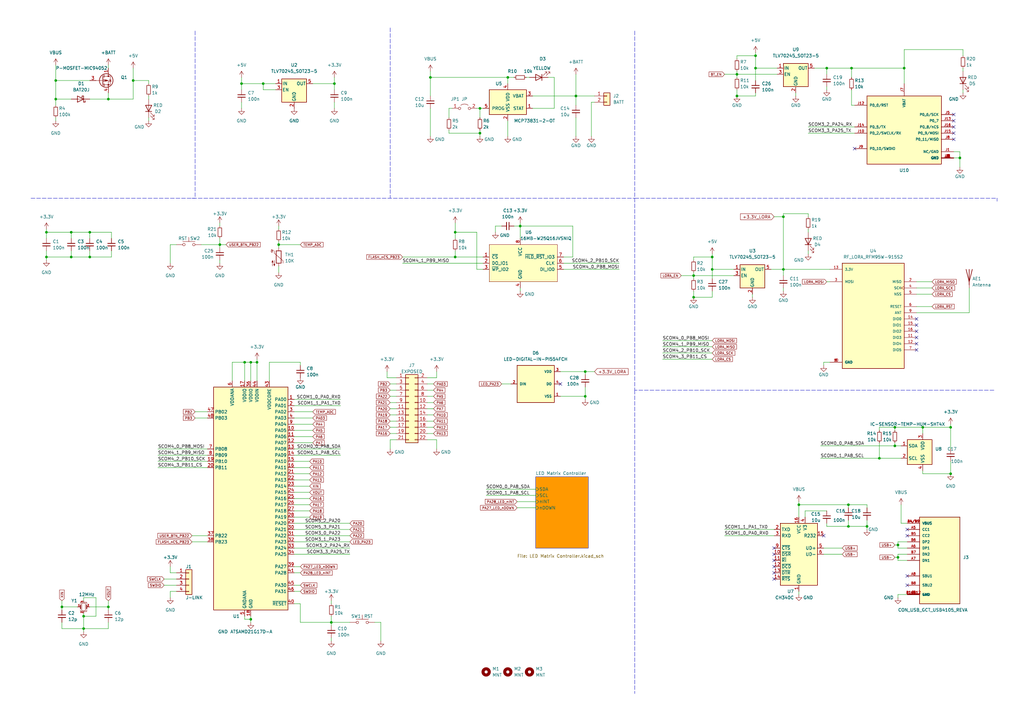
<source format=kicad_sch>
(kicad_sch (version 20211123) (generator eeschema)
  (paper "A3")
  (junction (at 54.61 33.02))
  (junction (at 44.45 248.92))
  (junction (at 309.88 22.86))
  (junction (at 22.86 33.02))
  (junction (at 284.48 113.03))
  (junction (at 135.89 255.27))
  (junction (at 105.41 148.59))
  (junction (at 368.3 223.52))
  (junction (at 100.33 148.59))
  (junction (at 327.66 207.01))
  (junction (at 29.21 95.25))
  (junction (at 292.1 110.49))
  (junction (at 90.17 100.33))
  (junction (at 284.48 121.92))
  (junction (at 25.4 248.92))
  (junction (at 389.89 194.31))
  (junction (at 378.46 175.26))
  (junction (at 370.84 27.94))
  (junction (at 236.22 39.37))
  (junction (at 393.7 64.77))
  (junction (at 19.05 105.41))
  (junction (at 321.31 88.9))
  (junction (at 302.26 30.48))
  (junction (at 208.28 31.75))
  (junction (at 309.88 27.94))
  (junction (at 339.09 27.94))
  (junction (at 321.31 110.49))
  (junction (at 302.26 39.37))
  (junction (at 36.83 95.25))
  (junction (at 367.03 182.88))
  (junction (at 213.36 92.71))
  (junction (at 347.98 207.01))
  (junction (at 186.69 105.41))
  (junction (at 367.03 175.26))
  (junction (at 107.95 34.29))
  (junction (at 19.05 95.25))
  (junction (at 347.98 215.9))
  (junction (at 34.29 252.73))
  (junction (at 349.25 27.94))
  (junction (at 102.87 148.59))
  (junction (at 389.89 175.26))
  (junction (at 186.69 95.25))
  (junction (at 196.85 44.45))
  (junction (at 137.16 34.29))
  (junction (at 99.06 34.29))
  (junction (at 44.45 40.64))
  (junction (at 292.1 105.41))
  (junction (at 22.86 40.64))
  (junction (at 34.29 257.81))
  (junction (at 240.03 162.56))
  (junction (at 102.87 254))
  (junction (at 355.6 215.9))
  (junction (at 114.3 100.33))
  (junction (at 176.53 31.75))
  (junction (at 36.83 105.41))
  (junction (at 196.85 54.61))
  (junction (at 368.3 228.6))
  (junction (at 360.68 187.96))
  (junction (at 240.03 152.4))
  (junction (at 29.21 105.41))
  (no_connect (at 375.92 143.51))
  (no_connect (at 375.92 140.97))
  (no_connect (at 317.5 229.87))
  (no_connect (at 317.5 224.79))
  (no_connect (at 317.5 227.33))
  (no_connect (at 317.5 234.95))
  (no_connect (at 317.5 237.49))
  (no_connect (at 317.5 232.41))
  (no_connect (at 337.82 219.71))
  (no_connect (at 229.87 157.48))
  (no_connect (at 350.52 60.96))
  (no_connect (at 391.16 52.07))
  (no_connect (at 391.16 57.15))
  (no_connect (at 391.16 46.99))
  (no_connect (at 391.16 49.53))
  (no_connect (at 391.16 54.61))
  (no_connect (at 372.11 240.03))
  (no_connect (at 372.11 217.17))
  (no_connect (at 372.11 219.71))
  (no_connect (at 375.92 130.81))
  (no_connect (at 375.92 133.35))
  (no_connect (at 375.92 135.89))
  (no_connect (at 375.92 138.43))
  (no_connect (at 372.11 236.22))
  (wire (pts (xy 107.95 36.83) (xy 107.95 34.29)))
  (wire (pts (xy 271.78 142.24) (xy 292.1 142.24)))
  (wire (pts (xy 360.68 181.61) (xy 360.68 187.96)))
  (wire (pts (xy 36.83 97.79) (xy 36.83 95.25)))
  (wire (pts (xy 360.68 175.26) (xy 367.03 175.26)))
  (wire (pts (xy 25.4 248.92) (xy 31.75 248.92)))
  (wire (pts (xy 19.05 105.41) (xy 29.21 105.41)))
  (wire (pts (xy 176.53 31.75) (xy 208.28 31.75)))
  (wire (pts (xy 120.65 222.25) (xy 143.51 222.25)))
  (wire (pts (xy 99.06 31.75) (xy 99.06 34.29)))
  (wire (pts (xy 205.74 157.48) (xy 209.55 157.48)))
  (wire (pts (xy 199.39 200.66) (xy 219.71 200.66)))
  (wire (pts (xy 107.95 34.29) (xy 113.03 34.29)))
  (wire (pts (xy 25.4 255.27) (xy 25.4 257.81)))
  (wire (pts (xy 19.05 93.98) (xy 19.05 95.25)))
  (wire (pts (xy 355.6 217.17) (xy 355.6 215.9)))
  (wire (pts (xy 345.44 224.79) (xy 337.82 224.79)))
  (wire (pts (xy 135.89 261.62) (xy 135.89 262.89)))
  (wire (pts (xy 336.55 182.88) (xy 367.03 182.88)))
  (wire (pts (xy 231.14 105.41) (xy 234.95 105.41)))
  (wire (pts (xy 242.57 41.91) (xy 243.84 41.91)))
  (wire (pts (xy 218.44 44.45) (xy 227.33 44.45)))
  (wire (pts (xy 321.31 110.49) (xy 321.31 113.03)))
  (wire (pts (xy 60.96 39.37) (xy 60.96 40.64)))
  (wire (pts (xy 389.89 189.23) (xy 389.89 194.31)))
  (wire (pts (xy 339.09 27.94) (xy 349.25 27.94)))
  (wire (pts (xy 99.06 34.29) (xy 107.95 34.29)))
  (wire (pts (xy 123.19 148.59) (xy 123.19 149.86)))
  (wire (pts (xy 100.33 254) (xy 102.87 254)))
  (wire (pts (xy 367.03 181.61) (xy 367.03 182.88)))
  (wire (pts (xy 284.48 113.03) (xy 284.48 114.3)))
  (wire (pts (xy 302.26 22.86) (xy 302.26 24.13)))
  (wire (pts (xy 176.53 39.37) (xy 176.53 31.75)))
  (wire (pts (xy 292.1 119.38) (xy 292.1 121.92)))
  (wire (pts (xy 327.66 242.57) (xy 327.66 243.84)))
  (wire (pts (xy 309.88 21.59) (xy 309.88 22.86)))
  (wire (pts (xy 120.65 191.77) (xy 127 191.77)))
  (wire (pts (xy 160.02 165.1) (xy 162.56 165.1)))
  (wire (pts (xy 196.85 53.34) (xy 196.85 54.61)))
  (wire (pts (xy 120.65 184.15) (xy 139.7 184.15)))
  (wire (pts (xy 360.68 176.53) (xy 360.68 175.26)))
  (wire (pts (xy 349.25 27.94) (xy 370.84 27.94)))
  (wire (pts (xy 349.25 27.94) (xy 349.25 31.75)))
  (wire (pts (xy 208.28 31.75) (xy 208.28 34.29)))
  (wire (pts (xy 120.65 166.37) (xy 139.7 166.37)))
  (wire (pts (xy 95.25 156.21) (xy 95.25 148.59)))
  (polyline (pts (xy 80.01 12.7) (xy 80.01 81.28)))
  (polyline (pts (xy 260.35 81.28) (xy 408.94 81.28)))
  (wire (pts (xy 128.27 181.61) (xy 120.65 181.61)))
  (wire (pts (xy 212.09 205.74) (xy 219.71 205.74)))
  (wire (pts (xy 114.3 100.33) (xy 114.3 101.6)))
  (polyline (pts (xy 260.35 160.02) (xy 260.35 284.48)))
  (wire (pts (xy 186.69 105.41) (xy 198.12 105.41)))
  (wire (pts (xy 196.85 54.61) (xy 196.85 55.88)))
  (wire (pts (xy 331.47 52.07) (xy 350.52 52.07)))
  (wire (pts (xy 120.65 214.63) (xy 143.51 214.63)))
  (wire (pts (xy 29.21 97.79) (xy 29.21 95.25)))
  (wire (pts (xy 199.39 203.2) (xy 219.71 203.2)))
  (wire (pts (xy 39.37 252.73) (xy 34.29 252.73)))
  (wire (pts (xy 44.45 246.38) (xy 44.45 248.92)))
  (wire (pts (xy 370.84 20.32) (xy 370.84 27.94)))
  (wire (pts (xy 347.98 215.9) (xy 339.09 215.9)))
  (wire (pts (xy 186.69 102.87) (xy 186.69 105.41)))
  (wire (pts (xy 186.69 95.25) (xy 186.69 97.79)))
  (wire (pts (xy 309.88 38.1) (xy 309.88 39.37)))
  (wire (pts (xy 175.26 157.48) (xy 177.8 157.48)))
  (wire (pts (xy 279.4 113.03) (xy 284.48 113.03)))
  (wire (pts (xy 120.65 247.65) (xy 123.19 247.65)))
  (wire (pts (xy 120.65 232.41) (xy 123.19 232.41)))
  (wire (pts (xy 135.89 246.38) (xy 135.89 247.65)))
  (wire (pts (xy 321.31 118.11) (xy 321.31 119.38)))
  (wire (pts (xy 397.51 118.11) (xy 397.51 128.27)))
  (wire (pts (xy 102.87 254) (xy 102.87 255.27)))
  (wire (pts (xy 29.21 95.25) (xy 19.05 95.25)))
  (wire (pts (xy 309.88 22.86) (xy 309.88 27.94)))
  (wire (pts (xy 297.18 217.17) (xy 317.5 217.17)))
  (wire (pts (xy 184.15 54.61) (xy 196.85 54.61)))
  (polyline (pts (xy 407.67 160.02) (xy 260.35 160.02)))
  (wire (pts (xy 375.92 115.57) (xy 382.27 115.57)))
  (wire (pts (xy 292.1 104.14) (xy 292.1 105.41)))
  (wire (pts (xy 389.89 194.31) (xy 378.46 194.31)))
  (wire (pts (xy 368.3 227.33) (xy 368.3 228.6)))
  (wire (pts (xy 213.36 118.11) (xy 213.36 119.38)))
  (wire (pts (xy 45.72 97.79) (xy 45.72 95.25)))
  (wire (pts (xy 367.03 175.26) (xy 378.46 175.26)))
  (wire (pts (xy 120.65 234.95) (xy 123.19 234.95)))
  (wire (pts (xy 165.1 107.95) (xy 198.12 107.95)))
  (wire (pts (xy 231.14 110.49) (xy 254 110.49)))
  (wire (pts (xy 236.22 39.37) (xy 243.84 39.37)))
  (wire (pts (xy 176.53 44.45) (xy 176.53 55.88)))
  (wire (pts (xy 337.82 148.59) (xy 340.36 148.59)))
  (wire (pts (xy 114.3 99.06) (xy 114.3 100.33)))
  (wire (pts (xy 54.61 33.02) (xy 54.61 40.64)))
  (wire (pts (xy 100.33 252.73) (xy 100.33 254)))
  (wire (pts (xy 349.25 36.83) (xy 349.25 43.18)))
  (wire (pts (xy 242.57 41.91) (xy 242.57 55.88)))
  (wire (pts (xy 19.05 105.41) (xy 19.05 106.68)))
  (wire (pts (xy 34.29 245.11) (xy 39.37 245.11)))
  (wire (pts (xy 128.27 179.07) (xy 120.65 179.07)))
  (wire (pts (xy 120.65 186.69) (xy 139.7 186.69)))
  (wire (pts (xy 80.01 171.45) (xy 85.09 171.45)))
  (wire (pts (xy 308.61 120.65) (xy 308.61 121.92)))
  (wire (pts (xy 368.3 245.11) (xy 368.3 243.84)))
  (wire (pts (xy 309.88 27.94) (xy 318.77 27.94)))
  (wire (pts (xy 284.48 113.03) (xy 300.99 113.03)))
  (wire (pts (xy 105.41 147.32) (xy 105.41 148.59)))
  (wire (pts (xy 54.61 40.64) (xy 44.45 40.64)))
  (wire (pts (xy 389.89 175.26) (xy 378.46 175.26)))
  (wire (pts (xy 292.1 110.49) (xy 292.1 114.3)))
  (wire (pts (xy 349.25 43.18) (xy 350.52 43.18)))
  (wire (pts (xy 372.11 214.63) (xy 369.57 214.63)))
  (wire (pts (xy 184.15 48.26) (xy 184.15 44.45)))
  (wire (pts (xy 208.28 31.75) (xy 210.82 31.75)))
  (wire (pts (xy 39.37 245.11) (xy 39.37 252.73)))
  (wire (pts (xy 368.3 229.87) (xy 372.11 229.87)))
  (wire (pts (xy 339.09 214.63) (xy 339.09 215.9)))
  (polyline (pts (xy 160.02 11.43) (xy 160.02 81.28)))
  (wire (pts (xy 90.17 91.44) (xy 90.17 92.71)))
  (wire (pts (xy 394.97 36.83) (xy 394.97 38.1)))
  (wire (pts (xy 240.03 153.67) (xy 240.03 152.4)))
  (wire (pts (xy 229.87 162.56) (xy 240.03 162.56)))
  (wire (pts (xy 369.57 187.96) (xy 360.68 187.96)))
  (wire (pts (xy 184.15 53.34) (xy 184.15 54.61)))
  (wire (pts (xy 292.1 105.41) (xy 292.1 110.49)))
  (wire (pts (xy 292.1 121.92) (xy 284.48 121.92)))
  (wire (pts (xy 110.49 148.59) (xy 123.19 148.59)))
  (wire (pts (xy 331.47 54.61) (xy 350.52 54.61)))
  (wire (pts (xy 99.06 41.91) (xy 99.06 44.45)))
  (wire (pts (xy 29.21 40.64) (xy 22.86 40.64)))
  (wire (pts (xy 90.17 100.33) (xy 92.71 100.33)))
  (wire (pts (xy 203.2 92.71) (xy 205.74 92.71)))
  (wire (pts (xy 215.9 31.75) (xy 217.17 31.75)))
  (wire (pts (xy 120.65 196.85) (xy 127 196.85)))
  (wire (pts (xy 229.87 152.4) (xy 240.03 152.4)))
  (wire (pts (xy 196.85 44.45) (xy 198.12 44.45)))
  (wire (pts (xy 156.21 255.27) (xy 153.67 255.27)))
  (wire (pts (xy 64.77 189.23) (xy 85.09 189.23)))
  (wire (pts (xy 158.75 154.94) (xy 158.75 152.4)))
  (wire (pts (xy 90.17 97.79) (xy 90.17 100.33)))
  (wire (pts (xy 302.26 36.83) (xy 302.26 39.37)))
  (wire (pts (xy 321.31 110.49) (xy 340.36 110.49)))
  (wire (pts (xy 36.83 102.87) (xy 36.83 105.41)))
  (wire (pts (xy 105.41 148.59) (xy 105.41 156.21)))
  (wire (pts (xy 22.86 40.64) (xy 22.86 33.02)))
  (wire (pts (xy 34.29 257.81) (xy 44.45 257.81)))
  (wire (pts (xy 120.65 204.47) (xy 127 204.47)))
  (wire (pts (xy 22.86 33.02) (xy 22.86 26.67)))
  (wire (pts (xy 339.09 27.94) (xy 339.09 30.48)))
  (wire (pts (xy 302.26 30.48) (xy 318.77 30.48)))
  (wire (pts (xy 160.02 157.48) (xy 162.56 157.48)))
  (wire (pts (xy 210.82 92.71) (xy 213.36 92.71)))
  (wire (pts (xy 36.83 40.64) (xy 44.45 40.64)))
  (wire (pts (xy 120.65 240.03) (xy 123.19 240.03)))
  (wire (pts (xy 345.44 227.33) (xy 337.82 227.33)))
  (wire (pts (xy 69.85 232.41) (xy 69.85 234.95)))
  (wire (pts (xy 231.14 107.95) (xy 254 107.95)))
  (wire (pts (xy 203.2 95.25) (xy 203.2 92.71)))
  (wire (pts (xy 394.97 27.94) (xy 394.97 29.21)))
  (wire (pts (xy 36.83 33.02) (xy 22.86 33.02)))
  (wire (pts (xy 128.27 173.99) (xy 120.65 173.99)))
  (wire (pts (xy 69.85 242.57) (xy 72.39 242.57)))
  (wire (pts (xy 375.92 128.27) (xy 397.51 128.27)))
  (wire (pts (xy 114.3 92.71) (xy 114.3 93.98)))
  (wire (pts (xy 113.03 36.83) (xy 107.95 36.83)))
  (wire (pts (xy 102.87 148.59) (xy 105.41 148.59)))
  (wire (pts (xy 162.56 154.94) (xy 158.75 154.94)))
  (wire (pts (xy 240.03 152.4) (xy 243.84 152.4)))
  (wire (pts (xy 175.26 160.02) (xy 177.8 160.02)))
  (wire (pts (xy 175.26 162.56) (xy 177.8 162.56)))
  (wire (pts (xy 19.05 95.25) (xy 19.05 97.79)))
  (wire (pts (xy 378.46 175.26) (xy 378.46 177.8)))
  (wire (pts (xy 347.98 207.01) (xy 327.66 207.01)))
  (wire (pts (xy 196.85 44.45) (xy 196.85 48.26)))
  (wire (pts (xy 327.66 205.74) (xy 327.66 207.01)))
  (wire (pts (xy 339.09 209.55) (xy 330.2 209.55)))
  (wire (pts (xy 393.7 68.58) (xy 393.7 64.77)))
  (wire (pts (xy 389.89 175.26) (xy 389.89 184.15)))
  (wire (pts (xy 175.26 172.72) (xy 177.8 172.72)))
  (wire (pts (xy 368.3 228.6) (xy 368.3 229.87)))
  (wire (pts (xy 208.28 49.53) (xy 208.28 55.88)))
  (wire (pts (xy 160.02 180.34) (xy 162.56 180.34)))
  (wire (pts (xy 120.65 189.23) (xy 127 189.23)))
  (wire (pts (xy 331.47 93.98) (xy 331.47 95.25)))
  (wire (pts (xy 25.4 246.38) (xy 25.4 248.92)))
  (wire (pts (xy 123.19 255.27) (xy 135.89 255.27)))
  (wire (pts (xy 360.68 187.96) (xy 336.55 187.96)))
  (wire (pts (xy 120.65 194.31) (xy 127 194.31)))
  (wire (pts (xy 271.78 147.32) (xy 292.1 147.32)))
  (wire (pts (xy 175.26 170.18) (xy 177.8 170.18)))
  (wire (pts (xy 389.89 173.99) (xy 389.89 175.26)))
  (wire (pts (xy 120.65 219.71) (xy 143.51 219.71)))
  (wire (pts (xy 22.86 40.64) (xy 22.86 43.18)))
  (wire (pts (xy 213.36 91.44) (xy 213.36 92.71)))
  (wire (pts (xy 368.3 224.79) (xy 372.11 224.79)))
  (wire (pts (xy 80.01 168.91) (xy 85.09 168.91)))
  (wire (pts (xy 321.31 88.9) (xy 321.31 110.49)))
  (wire (pts (xy 90.17 100.33) (xy 82.55 100.33)))
  (wire (pts (xy 339.09 35.56) (xy 339.09 36.83)))
  (wire (pts (xy 135.89 255.27) (xy 135.89 256.54)))
  (wire (pts (xy 69.85 107.95) (xy 69.85 100.33)))
  (polyline (pts (xy 408.94 81.28) (xy 408.94 82.55)))
  (wire (pts (xy 175.26 175.26) (xy 177.8 175.26)))
  (wire (pts (xy 160.02 172.72) (xy 162.56 172.72)))
  (wire (pts (xy 60.96 34.29) (xy 60.96 33.02)))
  (wire (pts (xy 321.31 87.63) (xy 321.31 88.9)))
  (wire (pts (xy 195.58 110.49) (xy 195.58 95.25)))
  (wire (pts (xy 368.3 222.25) (xy 368.3 223.52)))
  (wire (pts (xy 309.88 27.94) (xy 309.88 33.02)))
  (wire (pts (xy 331.47 88.9) (xy 331.47 87.63)))
  (wire (pts (xy 375.92 125.73) (xy 382.27 125.73)))
  (wire (pts (xy 34.29 251.46) (xy 34.29 252.73)))
  (wire (pts (xy 120.65 201.93) (xy 127 201.93)))
  (wire (pts (xy 36.83 105.41) (xy 29.21 105.41)))
  (wire (pts (xy 137.16 34.29) (xy 128.27 34.29)))
  (wire (pts (xy 284.48 119.38) (xy 284.48 121.92)))
  (wire (pts (xy 175.26 167.64) (xy 177.8 167.64)))
  (polyline (pts (xy 80.01 81.28) (xy 78.74 81.28)))
  (wire (pts (xy 334.01 27.94) (xy 339.09 27.94)))
  (wire (pts (xy 271.78 144.78) (xy 292.1 144.78)))
  (wire (pts (xy 44.45 40.64) (xy 44.45 38.1)))
  (wire (pts (xy 100.33 148.59) (xy 102.87 148.59)))
  (wire (pts (xy 69.85 245.11) (xy 69.85 242.57)))
  (wire (pts (xy 179.07 152.4) (xy 179.07 154.94)))
  (wire (pts (xy 368.3 243.84) (xy 372.11 243.84)))
  (wire (pts (xy 330.2 209.55) (xy 330.2 212.09)))
  (wire (pts (xy 114.3 109.22) (xy 114.3 111.76)))
  (wire (pts (xy 368.3 223.52) (xy 368.3 224.79)))
  (wire (pts (xy 393.7 64.77) (xy 391.16 64.77)))
  (wire (pts (xy 327.66 207.01) (xy 327.66 212.09)))
  (wire (pts (xy 234.95 92.71) (xy 234.95 105.41)))
  (wire (pts (xy 227.33 31.75) (xy 224.79 31.75)))
  (wire (pts (xy 36.83 95.25) (xy 45.72 95.25)))
  (wire (pts (xy 369.57 182.88) (xy 367.03 182.88)))
  (wire (pts (xy 120.65 209.55) (xy 127 209.55)))
  (wire (pts (xy 45.72 102.87) (xy 45.72 105.41)))
  (wire (pts (xy 128.27 168.91) (xy 120.65 168.91)))
  (wire (pts (xy 110.49 156.21) (xy 110.49 148.59)))
  (wire (pts (xy 179.07 154.94) (xy 175.26 154.94)))
  (wire (pts (xy 78.74 219.71) (xy 85.09 219.71)))
  (wire (pts (xy 240.03 162.56) (xy 240.03 163.83)))
  (wire (pts (xy 60.96 48.26) (xy 60.96 49.53)))
  (wire (pts (xy 120.65 227.33) (xy 143.51 227.33)))
  (wire (pts (xy 302.26 30.48) (xy 302.26 31.75)))
  (wire (pts (xy 347.98 213.36) (xy 347.98 215.9)))
  (wire (pts (xy 54.61 33.02) (xy 60.96 33.02)))
  (wire (pts (xy 67.31 240.03) (xy 72.39 240.03)))
  (wire (pts (xy 367.03 228.6) (xy 368.3 228.6)))
  (wire (pts (xy 120.65 217.17) (xy 143.51 217.17)))
  (wire (pts (xy 29.21 102.87) (xy 29.21 105.41)))
  (wire (pts (xy 355.6 207.01) (xy 347.98 207.01)))
  (wire (pts (xy 367.03 223.52) (xy 368.3 223.52)))
  (wire (pts (xy 90.17 100.33) (xy 90.17 101.6)))
  (wire (pts (xy 69.85 234.95) (xy 72.39 234.95)))
  (wire (pts (xy 54.61 27.94) (xy 54.61 33.02)))
  (wire (pts (xy 302.26 29.21) (xy 302.26 30.48)))
  (wire (pts (xy 195.58 95.25) (xy 186.69 95.25)))
  (wire (pts (xy 331.47 102.87) (xy 331.47 104.14)))
  (wire (pts (xy 135.89 252.73) (xy 135.89 255.27)))
  (wire (pts (xy 160.02 160.02) (xy 162.56 160.02)))
  (wire (pts (xy 22.86 48.26) (xy 22.86 49.53)))
  (polyline (pts (xy 12.7 81.28) (xy 260.35 81.28)))
  (wire (pts (xy 213.36 92.71) (xy 213.36 97.79)))
  (wire (pts (xy 284.48 105.41) (xy 284.48 106.68)))
  (wire (pts (xy 179.07 184.15) (xy 179.07 180.34)))
  (wire (pts (xy 355.6 215.9) (xy 347.98 215.9)))
  (wire (pts (xy 317.5 88.9) (xy 321.31 88.9)))
  (wire (pts (xy 393.7 62.23) (xy 393.7 64.77)))
  (wire (pts (xy 347.98 207.01) (xy 347.98 208.28)))
  (wire (pts (xy 137.16 41.91) (xy 137.16 44.45)))
  (wire (pts (xy 137.16 31.75) (xy 137.16 34.29)))
  (wire (pts (xy 160.02 175.26) (xy 162.56 175.26)))
  (wire (pts (xy 67.31 237.49) (xy 72.39 237.49)))
  (wire (pts (xy 135.89 255.27) (xy 143.51 255.27)))
  (wire (pts (xy 120.65 242.57) (xy 123.19 242.57)))
  (wire (pts (xy 156.21 262.89) (xy 156.21 255.27)))
  (wire (pts (xy 355.6 213.36) (xy 355.6 215.9)))
  (wire (pts (xy 292.1 110.49) (xy 300.99 110.49)))
  (wire (pts (xy 120.65 199.39) (xy 127 199.39)))
  (wire (pts (xy 137.16 36.83) (xy 137.16 34.29)))
  (wire (pts (xy 218.44 39.37) (xy 236.22 39.37)))
  (wire (pts (xy 123.19 247.65) (xy 123.19 255.27)))
  (wire (pts (xy 120.65 207.01) (xy 127 207.01)))
  (wire (pts (xy 19.05 102.87) (xy 19.05 105.41)))
  (wire (pts (xy 236.22 48.26) (xy 236.22 55.88)))
  (wire (pts (xy 165.1 105.41) (xy 186.69 105.41)))
  (wire (pts (xy 78.74 222.25) (xy 85.09 222.25)))
  (wire (pts (xy 227.33 44.45) (xy 227.33 31.75)))
  (wire (pts (xy 114.3 100.33) (xy 123.19 100.33)))
  (wire (pts (xy 284.48 105.41) (xy 292.1 105.41)))
  (wire (pts (xy 64.77 186.69) (xy 85.09 186.69)))
  (wire (pts (xy 64.77 184.15) (xy 85.09 184.15)))
  (wire (pts (xy 391.16 62.23) (xy 393.7 62.23)))
  (wire (pts (xy 271.78 139.7) (xy 292.1 139.7)))
  (wire (pts (xy 372.11 227.33) (xy 368.3 227.33)))
  (wire (pts (xy 176.53 29.21) (xy 176.53 31.75)))
  (wire (pts (xy 25.4 250.19) (xy 25.4 248.92)))
  (wire (pts (xy 236.22 30.48) (xy 236.22 39.37)))
  (wire (pts (xy 44.45 248.92) (xy 44.45 250.19)))
  (wire (pts (xy 212.09 208.28) (xy 219.71 208.28)))
  (wire (pts (xy 44.45 26.67) (xy 44.45 27.94)))
  (wire (pts (xy 160.02 167.64) (xy 162.56 167.64)))
  (wire (pts (xy 297.18 219.71) (xy 317.5 219.71)))
  (wire (pts (xy 102.87 252.73) (xy 102.87 254)))
  (wire (pts (xy 95.25 148.59) (xy 100.33 148.59)))
  (wire (pts (xy 355.6 208.28) (xy 355.6 207.01)))
  (wire (pts (xy 394.97 20.32) (xy 370.84 20.32)))
  (wire (pts (xy 240.03 158.75) (xy 240.03 162.56)))
  (wire (pts (xy 184.15 44.45) (xy 185.42 44.45)))
  (wire (pts (xy 316.23 110.49) (xy 321.31 110.49)))
  (wire (pts (xy 198.12 110.49) (xy 195.58 110.49)))
  (wire (pts (xy 339.09 115.57) (xy 340.36 115.57)))
  (wire (pts (xy 25.4 257.81) (xy 34.29 257.81)))
  (wire (pts (xy 160.02 170.18) (xy 162.56 170.18)))
  (wire (pts (xy 128.27 171.45) (xy 120.65 171.45)))
  (wire (pts (xy 372.11 222.25) (xy 368.3 222.25)))
  (wire (pts (xy 90.17 106.68) (xy 90.17 107.95)))
  (wire (pts (xy 195.58 44.45) (xy 196.85 44.45)))
  (wire (pts (xy 284.48 111.76) (xy 284.48 113.03)))
  (wire (pts (xy 64.77 191.77) (xy 85.09 191.77)))
  (wire (pts (xy 369.57 207.01) (xy 369.57 214.63)))
  (wire (pts (xy 370.84 27.94) (xy 370.84 34.29)))
  (wire (pts (xy 69.85 100.33) (xy 72.39 100.33)))
  (wire (pts (xy 297.18 30.48) (xy 302.26 30.48)))
  (wire (pts (xy 175.26 165.1) (xy 177.8 165.1)))
  (wire (pts (xy 375.92 120.65) (xy 382.27 120.65)))
  (wire (pts (xy 102.87 148.59) (xy 102.87 156.21)))
  (wire (pts (xy 36.83 248.92) (xy 44.45 248.92)))
  (wire (pts (xy 375.92 118.11) (xy 382.27 118.11)))
  (wire (pts (xy 179.07 180.34) (xy 175.26 180.34)))
  (wire (pts (xy 309.88 39.37) (xy 302.26 39.37)))
  (wire (pts (xy 378.46 193.04) (xy 378.46 194.31)))
  (wire (pts (xy 99.06 34.29) (xy 99.06 36.83)))
  (wire (pts (xy 234.95 92.71) (xy 213.36 92.71)))
  (wire (pts (xy 34.29 252.73) (xy 34.29 257.81)))
  (wire (pts (xy 160.02 162.56) (xy 162.56 162.56)))
  (wire (pts (xy 45.72 105.41) (xy 36.83 105.41)))
  (wire (pts (xy 326.39 38.1) (xy 326.39 39.37)))
  (wire (pts (xy 120.65 163.83) (xy 139.7 163.83)))
  (wire (pts (xy 36.83 95.25) (xy 29.21 95.25)))
  (wire (pts (xy 236.22 43.18) (xy 236.22 39.37)))
  (polyline (pts (xy 260.35 12.7) (xy 260.35 160.02)))
  (wire (pts (xy 120.65 224.79) (xy 143.51 224.79)))
  (wire (pts (xy 34.29 246.38) (xy 34.29 245.11)))
  (wire (pts (xy 337.82 149.86) (xy 337.82 148.59)))
  (wire (pts (xy 120.65 212.09) (xy 127 212.09)))
  (wire (pts (xy 160.02 184.15) (xy 160.02 180.34)))
  (wire (pts (xy 175.26 177.8) (xy 177.8 177.8)))
  (wire (pts (xy 160.02 177.8) (xy 162.56 177.8)))
  (wire (pts (xy 186.69 91.44) (xy 186.69 95.25)))
  (wire (pts (xy 34.29 257.81) (xy 34.29 259.08)))
  (wire (pts (xy 394.97 22.86) (xy 394.97 20.32)))
  (wire (pts (xy 44.45 255.27) (xy 44.45 257.81)))
  (wire (pts (xy 367.03 176.53) (xy 367.03 175.26)))
  (wire (pts (xy 100.33 148.59) (xy 100.33 156.21)))
  (wire (pts (xy 331.47 87.63) (xy 321.31 87.63)))
  (wire (pts (xy 302.26 22.86) (xy 309.88 22.86)))
  (wire (pts (xy 128.27 176.53) (xy 120.65 176.53)))
  (label "SCOM4_1_PB9_MISO" (at 64.77 186.69 0))
  (label "SCOM0_1_PA8_SCL" (at 139.7 186.69 180))
  (label "SCOM3_2_PA24_RX" (at 331.47 52.07 0))
  (label "SCOM4_0_PB8_MOSI" (at 271.78 139.7 0))
  (label "SCOM4_3_PB11_CS" (at 271.78 147.32 0))
  (label "SCOM1_0_PA0_RX0" (at 139.7 163.83 180))
  (label "SCOM0_1_PA8_SCL" (at 336.55 187.96 0))
  (label "SCOM3_2_PA24_RX" (at 143.51 224.79 180))
  (label "SCOM3_3_PA25_TX" (at 143.51 227.33 180))
  (label "SCOM1_0_PA0_RX0" (at 297.18 219.71 0))
  (label "SCOM5_3_PA21" (at 139.7 217.17 180))
  (label "SCOM1_1_PA1_TX0" (at 139.7 166.37 180))
  (label "SCOM0_0_PA8_SDA" (at 336.55 182.88 0))
  (label "SCOM4_0_PB8_MOSI" (at 64.77 184.15 0))
  (label "SCOM3_1_PA23" (at 139.7 222.25 180))
  (label "SCOM5_2_PA20" (at 139.7 214.63 180))
  (label "SCOM0_1_PA8_SCL" (at 199.39 203.2 0))
  (label "SCOM1_1_PA1_TX0" (at 297.18 217.17 0))
  (label "SCOM3_3_PA25_TX" (at 331.47 54.61 0))
  (label "SCOM4_2_PB10_SCK" (at 254 107.95 180))
  (label "SCOM4_2_PB10_SCK" (at 271.78 144.78 0))
  (label "SCOM4_1_PB9_MISO" (at 165.1 107.95 0))
  (label "SCOM4_2_PB10_SCK" (at 64.77 189.23 0))
  (label "SCOM4_1_PB9_MISO" (at 271.78 142.24 0))
  (label "SCOM4_3_PB11_CS" (at 64.77 191.77 0))
  (label "SCOM4_0_PB8_MOSI" (at 254 110.49 180))
  (label "SCOM0_0_PA8_SDA" (at 199.39 200.66 0))
  (label "SCOM0_0_PA8_SDA" (at 139.7 184.15 180))
  (label "SCOM3_0_PA22" (at 139.7 219.71 180))
  (global_label "+3.3V_LORA" (shape input) (at 243.84 152.4 0) (property "Intersheet References" "${INTERSHEET_REFS}" (effects hide)))
  (global_label "PA11" (shape input) (at 177.8 172.72 0) (effects (font (size 1 1))) (property "Intersheet References" "${INTERSHEET_REFS}" (effects hide)))
  (global_label "PA13" (shape input) (at 127 196.85 0) (effects (font (size 1 1))) (property "Intersheet References" "${INTERSHEET_REFS}" (effects hide)))
  (global_label "PA6" (shape input) (at 177.8 165.1 0) (effects (font (size 1 1))) (property "Intersheet References" "${INTERSHEET_REFS}" (effects hide)))
  (global_label "PA10" (shape input) (at 177.8 170.18 0) (effects (font (size 1 1))) (property "Intersheet References" "${INTERSHEET_REFS}" (effects hide)))
  (global_label "PA03" (shape input) (at 177.8 157.48 0) (effects (font (size 1 1))) (property "Intersheet References" "${INTERSHEET_REFS}" (effects hide)))
  (global_label "PA20" (shape input) (at 160.02 167.64 180) (effects (font (size 1 1))) (property "Intersheet References" "${INTERSHEET_REFS}" (effects hide)))
  (global_label "PA7" (shape input) (at 128.27 181.61 0) (effects (font (size 1 1))) (property "Intersheet References" "${INTERSHEET_REFS}" (effects hide)))
  (global_label "PA7" (shape input) (at 177.8 167.64 0) (effects (font (size 1 1))) (property "Intersheet References" "${INTERSHEET_REFS}" (effects hide)))
  (global_label "LED_PA23" (shape input) (at 143.51 222.25 0) (effects (font (size 1 1))) (property "Intersheet References" "${INTERSHEET_REFS}" (effects hide)))
  (global_label "PA18" (shape input) (at 160.02 172.72 180) (effects (font (size 1 1))) (property "Intersheet References" "${INTERSHEET_REFS}" (effects hide)))
  (global_label "SWCLK" (shape input) (at 67.31 237.49 180) (effects (font (size 1 1))) (property "Intersheet References" "${INTERSHEET_REFS}" (effects hide)))
  (global_label "PA6" (shape input) (at 128.27 179.07 0) (effects (font (size 1 1))) (property "Intersheet References" "${INTERSHEET_REFS}" (effects hide)))
  (global_label "PA16" (shape input) (at 127 204.47 0) (effects (font (size 1 1))) (property "Intersheet References" "${INTERSHEET_REFS}" (effects hide)))
  (global_label "PA27_LED_nDOWN" (shape input) (at 212.09 208.28 180) (effects (font (size 1 1))) (property "Intersheet References" "${INTERSHEET_REFS}" (effects hide)))
  (global_label "TEMP_ADC" (shape input) (at 128.27 168.91 0) (effects (font (size 1 1))) (property "Intersheet References" "${INTERSHEET_REFS}" (effects hide)))
  (global_label "PA4" (shape input) (at 128.27 173.99 0) (effects (font (size 1 1))) (property "Intersheet References" "${INTERSHEET_REFS}" (effects hide)))
  (global_label "SWCLK" (shape input) (at 123.19 240.03 0) (effects (font (size 1 1))) (property "Intersheet References" "${INTERSHEET_REFS}" (effects hide)))
  (global_label "PA11" (shape input) (at 127 191.77 0) (effects (font (size 1 1))) (property "Intersheet References" "${INTERSHEET_REFS}" (effects hide)))
  (global_label "PA5" (shape input) (at 128.27 176.53 0) (effects (font (size 1 1))) (property "Intersheet References" "${INTERSHEET_REFS}" (effects hide)))
  (global_label "BT_EN" (shape input) (at 297.18 30.48 180) (effects (font (size 1 1))) (property "Intersheet References" "${INTERSHEET_REFS}" (effects hide)))
  (global_label "PA03" (shape input) (at 128.27 171.45 0) (effects (font (size 1 1))) (property "Intersheet References" "${INTERSHEET_REFS}" (effects hide)))
  (global_label "TEMP_ADC" (shape input) (at 123.19 100.33 0) (effects (font (size 1 1))) (property "Intersheet References" "${INTERSHEET_REFS}" (effects hide)))
  (global_label "USER_BTN_PB22" (shape input) (at 92.71 100.33 0) (effects (font (size 1 1))) (property "Intersheet References" "${INTERSHEET_REFS}" (effects hide)))
  (global_label "PA17" (shape input) (at 127 207.01 0) (effects (font (size 1 1))) (property "Intersheet References" "${INTERSHEET_REFS}" (effects hide)))
  (global_label "LORA_CS" (shape input) (at 382.27 120.65 0) (effects (font (size 1 1))) (property "Intersheet References" "${INTERSHEET_REFS}" (effects hide)))
  (global_label "PA12" (shape input) (at 177.8 175.26 0) (effects (font (size 1 1))) (property "Intersheet References" "${INTERSHEET_REFS}" (effects hide)))
  (global_label "PA27_LED_nDOWN" (shape input) (at 123.19 232.41 0) (effects (font (size 1 1))) (property "Intersheet References" "${INTERSHEET_REFS}" (effects hide)))
  (global_label "PA28_LED_nINT" (shape input) (at 212.09 205.74 180) (effects (font (size 1 1))) (property "Intersheet References" "${INTERSHEET_REFS}" (effects hide)))
  (global_label "XIN" (shape input) (at 127 199.39 0) (effects (font (size 1 1))) (property "Intersheet References" "${INTERSHEET_REFS}" (effects hide)))
  (global_label "+3.3V_LORA" (shape input) (at 317.5 88.9 180) (property "Intersheet References" "${INTERSHEET_REFS}" (effects hide)))
  (global_label "PA13" (shape input) (at 177.8 177.8 0) (effects (font (size 1 1))) (property "Intersheet References" "${INTERSHEET_REFS}" (effects hide)))
  (global_label "USB-" (shape input) (at 367.03 228.6 180) (effects (font (size 1 1))) (property "Intersheet References" "${INTERSHEET_REFS}" (effects hide)))
  (global_label "LORA_MOSI" (shape input) (at 292.1 139.7 0) (effects (font (size 1 1))) (property "Intersheet References" "${INTERSHEET_REFS}" (effects hide)))
  (global_label "PA17" (shape input) (at 160.02 175.26 180) (effects (font (size 1 1))) (property "Intersheet References" "${INTERSHEET_REFS}" (effects hide)))
  (global_label "XIN" (shape input) (at 25.4 246.38 90) (effects (font (size 1 1))) (property "Intersheet References" "${INTERSHEET_REFS}" (effects hide)))
  (global_label "XOUT" (shape input) (at 44.45 246.38 90) (effects (font (size 1 1))) (property "Intersheet References" "${INTERSHEET_REFS}" (effects hide)))
  (global_label "USB-" (shape input) (at 345.44 227.33 0) (effects (font (size 1 1))) (property "Intersheet References" "${INTERSHEET_REFS}" (effects hide)))
  (global_label "FLASH_nCS_PB23" (shape input) (at 78.74 222.25 180) (effects (font (size 1 1))) (property "Intersheet References" "${INTERSHEET_REFS}" (effects hide)))
  (global_label "USB+" (shape input) (at 345.44 224.79 0) (effects (font (size 1 1))) (property "Intersheet References" "${INTERSHEET_REFS}" (effects hide)))
  (global_label "PA19" (shape input) (at 127 212.09 0) (effects (font (size 1 1))) (property "Intersheet References" "${INTERSHEET_REFS}" (effects hide)))
  (global_label "PA12" (shape input) (at 127 194.31 0) (effects (font (size 1 1))) (property "Intersheet References" "${INTERSHEET_REFS}" (effects hide)))
  (global_label "LORA_MISO" (shape input) (at 382.27 115.57 0) (effects (font (size 1 1))) (property "Intersheet References" "${INTERSHEET_REFS}" (effects hide)))
  (global_label "PA22" (shape input) (at 160.02 162.56 180) (effects (font (size 1 1))) (property "Intersheet References" "${INTERSHEET_REFS}" (effects hide)))
  (global_label "PB2" (shape input) (at 160.02 157.48 180) (effects (font (size 1 1))) (property "Intersheet References" "${INTERSHEET_REFS}" (effects hide)))
  (global_label "SWDIO" (shape input) (at 67.31 240.03 180) (effects (font (size 1 1))) (property "Intersheet References" "${INTERSHEET_REFS}" (effects hide)))
  (global_label "LORA_SCK" (shape input) (at 292.1 144.78 0) (effects (font (size 1 1))) (property "Intersheet References" "${INTERSHEET_REFS}" (effects hide)))
  (global_label "PA28_LED_nINT" (shape input) (at 123.19 234.95 0) (effects (font (size 1 1))) (property "Intersheet References" "${INTERSHEET_REFS}" (effects hide)))
  (global_label "LORA_RST" (shape input) (at 382.27 125.73 0) (effects (font (size 1 1))) (property "Intersheet References" "${INTERSHEET_REFS}" (effects hide)))
  (global_label "PA22" (shape input) (at 143.51 219.71 0) (effects (font (size 1 1))) (property "Intersheet References" "${INTERSHEET_REFS}" (effects hide)))
  (global_label "USB+" (shape input) (at 367.03 223.52 180) (effects (font (size 1 1))) (property "Intersheet References" "${INTERSHEET_REFS}" (effects hide)))
  (global_label "PB2" (shape input) (at 80.01 168.91 180) (effects (font (size 1 1))) (property "Intersheet References" "${INTERSHEET_REFS}" (effects hide)))
  (global_label "LORA_EN" (shape input) (at 279.4 113.03 180) (effects (font (size 1 1))) (property "Intersheet References" "${INTERSHEET_REFS}" (effects hide)))
  (global_label "PA10" (shape input) (at 127 189.23 0) (effects (font (size 1 1))) (property "Intersheet References" "${INTERSHEET_REFS}" (effects hide)))
  (global_label "LORA_MOSI" (shape input) (at 339.09 115.57 180) (effects (font (size 1 1))) (property "Intersheet References" "${INTERSHEET_REFS}" (effects hide)))
  (global_label "PB3" (shape input) (at 160.02 160.02 180) (effects (font (size 1 1))) (property "Intersheet References" "${INTERSHEET_REFS}" (effects hide)))
  (global_label "PB3" (shape input) (at 80.01 171.45 180) (effects (font (size 1 1))) (property "Intersheet References" "${INTERSHEET_REFS}" (effects hide)))
  (global_label "LORA_CS" (shape input) (at 292.1 147.32 0) (effects (font (size 1 1))) (property "Intersheet References" "${INTERSHEET_REFS}" (effects hide)))
  (global_label "PA4" (shape input) (at 177.8 160.02 0) (effects (font (size 1 1))) (property "Intersheet References" "${INTERSHEET_REFS}" (effects hide)))
  (global_label "PA16" (shape input) (at 160.02 177.8 180) (effects (font (size 1 1))) (property "Intersheet References" "${INTERSHEET_REFS}" (effects hide)))
  (global_label "XOUT" (shape input) (at 127 201.93 0) (effects (font (size 1 1))) (property "Intersheet References" "${INTERSHEET_REFS}" (effects hide)))
  (global_label "PA18" (shape input) (at 127 209.55 0) (effects (font (size 1 1))) (property "Intersheet References" "${INTERSHEET_REFS}" (effects hide)))
  (global_label "LED_PA23" (shape input) (at 205.74 157.48 180) (effects (font (size 1 1))) (property "Intersheet References" "${INTERSHEET_REFS}" (effects hide)))
  (global_label "PA5" (shape input) (at 177.8 162.56 0) (effects (font (size 1 1))) (property "Intersheet References" "${INTERSHEET_REFS}" (effects hide)))
  (global_label "LORA_SCK" (shape input) (at 382.27 118.11 0) (effects (font (size 1 1))) (property "Intersheet References" "${INTERSHEET_REFS}" (effects hide)))
  (global_label "PA21" (shape input) (at 160.02 165.1 180) (effects (font (size 1 1))) (property "Intersheet References" "${INTERSHEET_REFS}" (effects hide)))
  (global_label "USER_BTN_PB22" (shape input) (at 78.74 219.71 180) (effects (font (size 1 1))) (property "Intersheet References" "${INTERSHEET_REFS}" (effects hide)))
  (global_label "PA21" (shape input) (at 143.51 217.17 0) (effects (font (size 1 1))) (property "Intersheet References" "${INTERSHEET_REFS}" (effects hide)))
  (global_label "FLASH_nCS_PB23" (shape input) (at 165.1 105.41 180) (effects (font (size 1 1))) (property "Intersheet References" "${INTERSHEET_REFS}" (effects hide)))
  (global_label "PA20" (shape input) (at 143.51 214.63 0) (effects (font (size 1 1))) (property "Intersheet References" "${INTERSHEET_REFS}" (effects hide)))
  (global_label "LORA_MISO" (shape input) (at 292.1 142.24 0) (effects (font (size 1 1))) (property "Intersheet References" "${INTERSHEET_REFS}" (effects hide)))
  (global_label "PA19" (shape input) (at 160.02 170.18 180) (effects (font (size 1 1))) (property "Intersheet References" "${INTERSHEET_REFS}" (effects hide)))
  (global_label "SWDIO" (shape input) (at 123.19 242.57 0) (effects (font (size 1 1))) (property "Intersheet References" "${INTERSHEET_REFS}" (effects hide)))
  (symbol (lib_id "power:+3.3V") (at 213.36 91.44 0) (mirror y) (unit 1)
    (property "Reference" "#PWR035" (effects hide))
    (property "Value" "+3.3V" (at 213.36 86.36 0))
  )
  (symbol (lib_id "power:GND") (at 176.53 55.88 0) (unit 1)
    (property "Reference" "#PWR025" (effects hide))
    (property "Value" "GND" (at 180.34 57.15 0))
  )
  (symbol (lib_id "Device:C_Small") (at 44.45 252.73 0) (unit 1)
    (property "Reference" "C6" (at 46.99 251.4662 0) (effects (justify left)))
    (property "Value" "12p" (at 46.99 254.0062 0) (effects (justify left)))
    (property "Footprint" "Capacitor_SMD:C_0603_1608Metric" (effects hide))
  )
  (symbol (lib_id "power:GND") (at 236.22 55.88 0) (unit 1)
    (property "Reference" "#PWR034" (effects hide))
    (property "Value" "GND" (at 236.22 59.69 0))
  )
  (symbol (lib_id "Device:C_Small") (at 339.09 212.09 0) (mirror y) (unit 1)
    (property "Reference" "C15" (at 336.55 210.8262 0) (effects (justify left)))
    (property "Value" "10u" (at 336.55 213.3662 0) (effects (justify left)))
    (property "Footprint" "Capacitor_SMD:C_0805_2012Metric" (effects hide))
  )
  (symbol (lib_id "1KiCadLib:IC-FLASH-16MB-W25Q16JVSNIQ") (at 213.36 105.41 0) (unit 1)
    (property "Reference" "U6" (at 215.3794 95.25 0) (effects (justify left)))
    (property "Value" "16MB-W25Q16JVSNIQ" (at 213.36 97.79 0) (effects (justify left)))
    (property "Footprint" "1KiCadLib:IC-FLASH-16MB-W25Q16JVSNIQ" (effects hide))
    (property "Datasheet" "https://www.mouser.fr/ProductDetail/Winbond/W25Q16JVSNIQ?qs=sGAEpiMZZMv0NwlthflBiyipE2GJgRWLM2QUc%252BlUAgI%3D" (effects hide))
    (property "MPN" "W25Q16JVSNIQ" (effects hide))
    (property "Mouser" "454-W25Q16JVSNIQ" (effects hide))
    (property "Manufacturer" "Winbond" (effects hide))
    (property "DESCRIPTION" "NOR Flash spiFlash, 3V, 16M-bit, 4Kb Uniform Sector" (effects hide))
  )
  (symbol (lib_id "Regulator_Linear:TLV70245_SOT23-5") (at 120.65 36.83 0) (unit 1)
    (property "Reference" "U2" (at 120.65 26.67 0))
    (property "Value" "TLV70245_SOT23-5" (at 120.65 29.21 0))
    (property "Footprint" "Package_TO_SOT_SMD:SOT-23-5" (effects hide))
    (property "Datasheet" "http://www.ti.com/lit/ds/symlink/tlv702.pdf" (effects hide))
  )
  (symbol (lib_id "Device:LED") (at 60.96 44.45 90) (unit 1)
    (property "Reference" "D2" (at 64.77 45.72 90))
    (property "Value" "RED" (at 64.77 43.18 90))
    (property "Footprint" "LED_SMD:LED_0805_2012Metric" (effects hide))
  )
  (symbol (lib_id "power:+3.3V") (at 114.3 92.71 0) (unit 1)
    (property "Reference" "#PWR050" (effects hide))
    (property "Value" "+3.3V" (at 114.3 88.9 0))
  )
  (symbol (lib_id "power:GND") (at 60.96 49.53 0) (mirror y) (unit 1)
    (property "Reference" "#PWR031" (effects hide))
    (property "Value" "GND" (at 57.15 52.07 0))
  )
  (symbol (lib_id "Device:R_Small") (at 186.69 100.33 0) (unit 1)
    (property "Reference" "R8" (at 187.96 99.06 0) (effects (justify left)))
    (property "Value" "10k" (at 187.96 101.6 0) (effects (justify left)))
    (property "Footprint" "Resistor_SMD:R_0805_2012Metric" (effects hide))
  )
  (symbol (lib_id "Device:R_Small") (at 302.26 26.67 0) (unit 1)
    (property "Reference" "R7" (at 303.53 25.4 0) (effects (justify left)))
    (property "Value" "10k" (at 303.53 27.94 0) (effects (justify left)))
    (property "Footprint" "Resistor_SMD:R_0603_1608Metric" (effects hide))
  )
  (symbol (lib_id "power:+3.3V") (at 90.17 91.44 0) (unit 1)
    (property "Reference" "#PWR0107" (effects hide))
    (property "Value" "+3.3V" (at 90.17 87.63 0))
  )
  (symbol (lib_id "Device:C_Small") (at 137.16 39.37 0) (unit 1)
    (property "Reference" "C9" (at 139.7 38.1062 0) (effects (justify left)))
    (property "Value" "100n" (at 139.7 40.6462 0) (effects (justify left)))
    (property "Footprint" "Capacitor_SMD:C_0603_1608Metric" (effects hide))
  )
  (symbol (lib_id "power:+3.3V") (at 389.89 173.99 0) (mirror y) (unit 1)
    (property "Reference" "#PWR040" (effects hide))
    (property "Value" "+3.3V" (at 389.89 168.91 0))
  )
  (symbol (lib_id "power:GND") (at 393.7 68.58 0) (unit 1)
    (property "Reference" "#PWR049" (effects hide))
    (property "Value" "GND" (at 393.7 72.39 0))
  )
  (symbol (lib_id "power:+BATT") (at 44.45 26.67 0) (unit 1)
    (property "Reference" "#PWR026" (effects hide))
    (property "Value" "+BATT" (at 44.45 21.59 0))
  )
  (symbol (lib_id "Regulator_Linear:TLV70245_SOT23-5") (at 326.39 30.48 0) (unit 1)
    (property "Reference" "U9" (at 326.39 20.32 0))
    (property "Value" "TLV70245_SOT23-5" (at 326.39 22.86 0))
    (property "Footprint" "Package_TO_SOT_SMD:SOT-23-5" (effects hide))
    (property "Datasheet" "http://www.ti.com/lit/ds/symlink/tlv702.pdf" (effects hide))
  )
  (symbol (lib_id "1KiCadLib:CON_USB_GCT_USB4105_REVA") (at 392.43 224.79 0) (mirror y) (unit 1)
    (property "Reference" "J3" (at 394.97 228.5999 0) (effects (justify right)))
    (property "Value" "CON_USB_GCT_USB4105_REVA" (at 368.3 250.19 0) (effects (justify right)))
    (property "Footprint" "1KiCadLib:CON_USB_GCT_USB4105_REVA" (effects hide))
    (property "MAXIMUM_PACKAGE_HEIGHT" "3.31 mm" (effects hide))
    (property "MANUFACTURER" "GCT" (effects hide))
    (property "PARTREV" "0.2" (effects hide))
    (property "STANDARD" "Manufacturer Recommendations" (effects hide))
  )
  (symbol (lib_id "Device:R_Small") (at 196.85 50.8 0) (unit 1)
    (property "Reference" "R6" (at 198.12 49.53 0) (effects (justify left)))
    (property "Value" "2k" (at 198.12 52.07 0) (effects (justify left)))
    (property "Footprint" "Resistor_SMD:R_0603_1608Metric" (effects hide))
  )
  (symbol (lib_id "Switch:SW_Push") (at 77.47 100.33 0) (mirror y) (unit 1)
    (property "Reference" "SW2" (at 80.01 97.79 0))
    (property "Value" "RST" (at 74.93 97.79 0))
    (property "Footprint" "Button_Switch_SMD:SW_Push_1P1T_NO_CK_KMR2" (effects hide))
  )
  (symbol (lib_id "power:GND") (at 327.66 243.84 0) (unit 1)
    (property "Reference" "#PWR039" (effects hide))
    (property "Value" "GND" (at 331.47 245.11 0))
  )
  (symbol (lib_id "Device:R_Small") (at 349.25 34.29 0) (unit 1)
    (property "Reference" "R13" (at 350.52 33.02 0) (effects (justify left)))
    (property "Value" "10k" (at 350.52 35.56 0) (effects (justify left)))
    (property "Footprint" "Resistor_SMD:R_0805_2012Metric" (effects hide))
  )
  (symbol (lib_id "power:GND") (at 102.87 255.27 0) (mirror y) (unit 1)
    (property "Reference" "#PWR06" (effects hide))
    (property "Value" "GND" (at 91.44 259.08 0))
  )
  (symbol (lib_id "Device:Thermistor_NTC") (at 114.3 105.41 0) (unit 1)
    (property "Reference" "TH1" (at 116.84 104.4574 0) (effects (justify left)))
    (property "Value" "10K" (at 116.84 106.9974 0) (effects (justify left)))
    (property "Footprint" "Resistor_SMD:R_0805_2012Metric" (effects hide))
  )
  (symbol (lib_id "power:+3.3V") (at 158.75 152.4 0) (mirror y) (unit 1)
    (property "Reference" "#PWR0103" (effects hide))
    (property "Value" "+3.3V" (at 158.75 147.32 0))
  )
  (symbol (lib_id "power:GND") (at 284.48 121.92 0) (unit 1)
    (property "Reference" "#PWR023" (effects hide))
    (property "Value" "GND" (at 284.48 125.73 0))
  )
  (symbol (lib_id "power:+3.3V") (at 19.05 93.98 0) (unit 1)
    (property "Reference" "#PWR01" (effects hide))
    (property "Value" "+3.3V" (at 19.05 88.9 0))
  )
  (symbol (lib_id "Device:R_Small") (at 284.48 109.22 0) (unit 1)
    (property "Reference" "R2" (at 285.75 107.95 0) (effects (justify left)))
    (property "Value" "10k" (at 285.75 110.49 0) (effects (justify left)))
    (property "Footprint" "Resistor_SMD:R_0603_1608Metric" (effects hide))
  )
  (symbol (lib_id "Device:R_Small") (at 184.15 50.8 0) (unit 1)
    (property "Reference" "R5" (at 185.42 49.53 0) (effects (justify left)))
    (property "Value" "2k" (at 185.42 52.07 0) (effects (justify left)))
    (property "Footprint" "Resistor_SMD:R_0603_1608Metric" (effects hide))
  )
  (symbol (lib_id "power:GND") (at 69.85 107.95 0) (unit 1)
    (property "Reference" "#PWR0108" (effects hide))
    (property "Value" "GND" (at 69.85 113.03 0))
  )
  (symbol (lib_id "power:GND") (at 302.26 39.37 0) (unit 1)
    (property "Reference" "#PWR045" (effects hide))
    (property "Value" "GND" (at 302.26 43.18 0))
  )
  (symbol (lib_id "power:VBUS") (at 176.53 29.21 0) (mirror y) (unit 1)
    (property "Reference" "#PWR024" (effects hide))
    (property "Value" "VBUS" (at 176.53 24.13 0))
  )
  (symbol (lib_id "Device:R_Small") (at 90.17 95.25 0) (mirror y) (unit 1)
    (property "Reference" "R21" (at 88.9 93.98 0) (effects (justify left)))
    (property "Value" "10k" (at 88.9 96.52 0) (effects (justify left)))
    (property "Footprint" "Resistor_SMD:R_0603_1608Metric" (effects hide))
  )
  (symbol (lib_id "power:GND") (at 69.85 245.11 0) (mirror y) (unit 1)
    (property "Reference" "#PWR016" (effects hide))
    (property "Value" "GND" (at 69.85 250.19 0))
  )
  (symbol (lib_id "power:GND") (at 308.61 121.92 0) (unit 1)
    (property "Reference" "#PWR018" (effects hide))
    (property "Value" "GND" (at 308.61 125.73 0))
  )
  (symbol (lib_id "Device:C_Small") (at 339.09 33.02 0) (unit 1)
    (property "Reference" "C19" (at 341.63 31.7562 0) (effects (justify left)))
    (property "Value" "100n" (at 341.63 34.2962 0) (effects (justify left)))
    (property "Footprint" "Capacitor_SMD:C_0603_1608Metric" (effects hide))
  )
  (symbol (lib_id "power:GND") (at 34.29 259.08 0) (unit 1)
    (property "Reference" "#PWR03" (effects hide))
    (property "Value" "GND" (at 34.29 264.16 0))
  )
  (symbol (lib_id "power:GND") (at 179.07 184.15 0) (mirror y) (unit 1)
    (property "Reference" "#PWR0101" (effects hide))
    (property "Value" "GND" (at 182.88 185.42 0))
  )
  (symbol (lib_id "power:GND") (at 137.16 44.45 0) (unit 1)
    (property "Reference" "#PWR011" (effects hide))
    (property "Value" "GND" (at 137.16 49.53 0))
  )
  (symbol (lib_id "power:GND") (at 99.06 44.45 0) (unit 1)
    (property "Reference" "#PWR05" (effects hide))
    (property "Value" "GND" (at 99.06 49.53 0))
  )
  (symbol (lib_id "power:GND") (at 22.86 49.53 0) (mirror y) (unit 1)
    (property "Reference" "#PWR022" (effects hide))
    (property "Value" "GND" (at 22.86 54.61 0))
  )
  (symbol (lib_id "power:GND") (at 123.19 154.94 0) (unit 1)
    (property "Reference" "#PWR09" (effects hide))
    (property "Value" "GND" (at 123.19 158.75 0))
  )
  (symbol (lib_id "Device:C_Small") (at 236.22 45.72 0) (mirror y) (unit 1)
    (property "Reference" "C14" (at 233.68 44.4562 0) (effects (justify left)))
    (property "Value" "10u" (at 233.68 46.9962 0) (effects (justify left)))
    (property "Footprint" "Capacitor_SMD:C_0805_2012Metric" (effects hide))
  )
  (symbol (lib_id "power:+3.3V") (at 69.85 232.41 0) (mirror y) (unit 1)
    (property "Reference" "#PWR015" (effects hide))
    (property "Value" "+3.3V" (at 69.85 228.6 0))
  )
  (symbol (lib_id "Device:C_Small") (at 240.03 156.21 0) (mirror y) (unit 1)
    (property "Reference" "C28" (at 237.49 154.9462 0) (effects (justify left)))
    (property "Value" "100n" (at 237.49 157.4862 0) (effects (justify left)))
    (property "Footprint" "Capacitor_SMD:C_0603_1608Metric" (effects hide))
  )
  (symbol (lib_id "Device:C_Small") (at 135.89 259.08 0) (unit 1)
    (property "Reference" "C10" (at 138.43 257.8162 0) (effects (justify left)))
    (property "Value" "100n" (at 138.43 260.3562 0) (effects (justify left)))
    (property "Footprint" "Capacitor_SMD:C_0603_1608Metric" (effects hide))
  )
  (symbol (lib_id "power:GND") (at 242.57 55.88 0) (unit 1)
    (property "Reference" "#PWR037" (effects hide))
    (property "Value" "GND" (at 242.57 59.69 0))
  )
  (symbol (lib_id "Jumper:Jumper_2_Open") (at 190.5 44.45 0) (unit 1)
    (property "Reference" "JP1" (at 186.69 40.64 0))
    (property "Value" "JP" (at 190.5 40.64 0))
    (property "Footprint" "Jumper:SolderJumper-2_P1.3mm_Open_RoundedPad1.0x1.5mm" (effects hide))
  )
  (symbol (lib_id "Device:C_Small") (at 321.31 115.57 0) (unit 1)
    (property "Reference" "C11" (at 323.85 114.3062 0) (effects (justify left)))
    (property "Value" "100n" (at 323.85 116.8462 0) (effects (justify left)))
    (property "Footprint" "Capacitor_SMD:C_0603_1608Metric" (effects hide))
  )
  (symbol (lib_id "Connector_Generic:Conn_01x04") (at 77.47 237.49 0) (unit 1)
    (property "Reference" "J1" (at 76.2 232.41 0) (effects (justify left)))
    (property "Value" "J-LINK" (at 76.2 245.11 0) (effects (justify left)))
    (property "Footprint" "Connector_PinHeader_2.54mm:PinHeader_1x04_P2.54mm_Vertical" (effects hide))
  )
  (symbol (lib_id "Device:Crystal_GND24_Small") (at 34.29 248.92 0) (unit 1)
    (property "Reference" "Y1" (at 30.48 246.38 0))
    (property "Value" "12MHz" (at 35.56 243.84 0))
    (property "Footprint" "Crystal:Crystal_SMD_3225-4Pin_3.2x2.5mm" (effects hide))
  )
  (symbol (lib_id "Mechanical:MountingHole") (at 199.39 275.59 0) (unit 1)
    (property "Reference" "M1" (at 201.93 274.3199 0) (effects (justify left)))
    (property "Value" "MNT" (at 201.93 276.8599 0) (effects (justify left)))
    (property "Footprint" "MountingHole:MountingHole_2.1mm" (effects hide))
  )
  (symbol (lib_id "Device:C_Small") (at 347.98 210.82 0) (mirror y) (unit 1)
    (property "Reference" "C16" (at 346.71 209.55 0) (effects (justify left)))
    (property "Value" "100n" (at 346.71 213.36 0) (effects (justify left)))
    (property "Footprint" "Capacitor_SMD:C_0603_1608Metric" (effects hide))
  )
  (symbol (lib_id "power:GND") (at 160.02 184.15 0) (mirror y) (unit 1)
    (property "Reference" "#PWR0102" (effects hide))
    (property "Value" "GND" (at 163.83 185.42 0))
  )
  (symbol (lib_id "Switch:SW_Push") (at 148.59 255.27 0) (unit 1)
    (property "Reference" "SW1" (at 146.05 252.73 0))
    (property "Value" "RST" (at 151.13 252.73 0))
    (property "Footprint" "Button_Switch_SMD:SW_Push_1P1T_NO_CK_KMR2" (effects hide))
  )
  (symbol (lib_id "Device:C_Small") (at 355.6 210.82 0) (mirror y) (unit 1)
    (property "Reference" "C18" (at 353.06 209.5562 0) (effects (justify left)))
    (property "Value" "10u" (at 353.06 212.0962 0) (effects (justify left)))
    (property "Footprint" "Capacitor_SMD:C_0805_2012Metric" (effects hide))
  )
  (symbol (lib_id "power:GND") (at 326.39 39.37 0) (unit 1)
    (property "Reference" "#PWR047" (effects hide))
    (property "Value" "GND" (at 326.39 43.18 0))
  )
  (symbol (lib_id "MCU_Microchip_SAMD:ATSAMD21G17D-A") (at 102.87 204.47 0) (mirror y) (unit 1)
    (property "Reference" "U1" (at 98.3106 252.73 0) (effects (justify left)))
    (property "Value" "ATSAMD21G17D-A" (at 111.76 259.08 0) (effects (justify left)))
    (property "Footprint" "Package_QFP:TQFP-48_7x7mm_P0.5mm" (effects hide))
    (property "Datasheet" "http://ww1.microchip.com/downloads/en/DeviceDoc/SAM_D21_DA1_Family_Data%20Sheet_DS40001882E.pdf" (effects hide))
  )
  (symbol (lib_id "power:VBUS") (at 369.57 207.01 0) (mirror y) (unit 1)
    (property "Reference" "#PWR044" (effects hide))
    (property "Value" "VBUS" (at 369.57 201.93 0))
  )
  (symbol (lib_id "Device:C_Small") (at 309.88 35.56 0) (unit 1)
    (property "Reference" "C26" (at 312.42 34.2962 0) (effects (justify left)))
    (property "Value" "100n" (at 312.42 36.8362 0) (effects (justify left)))
    (property "Footprint" "Capacitor_SMD:C_0603_1608Metric" (effects hide))
  )
  (symbol (lib_id "Device:LED") (at 394.97 33.02 90) (unit 1)
    (property "Reference" "D5" (at 398.78 34.29 90))
    (property "Value" "RED" (at 398.78 31.75 90))
    (property "Footprint" "LED_SMD:LED_0603_1608Metric" (effects hide))
  )
  (symbol (lib_id "Device:C_Small") (at 99.06 39.37 0) (unit 1)
    (property "Reference" "C7" (at 101.6 38.1062 0) (effects (justify left)))
    (property "Value" "100n" (at 101.6 40.6462 0) (effects (justify left)))
    (property "Footprint" "Capacitor_SMD:C_0603_1608Metric" (effects hide))
  )
  (symbol (lib_id "Device:C_Small") (at 19.05 100.33 0) (unit 1)
    (property "Reference" "C1" (at 21.59 99.0662 0) (effects (justify left)))
    (property "Value" "100n" (at 21.59 101.6062 0) (effects (justify left)))
    (property "Footprint" "Capacitor_SMD:C_0603_1608Metric" (effects hide))
  )
  (symbol (lib_id "power:+5V") (at 309.88 21.59 0) (unit 1)
    (property "Reference" "#PWR046" (effects hide))
    (property "Value" "+5V" (at 309.88 16.51 0))
  )
  (symbol (lib_id "power:+3.3V") (at 179.07 152.4 0) (mirror y) (unit 1)
    (property "Reference" "#PWR0104" (effects hide))
    (property "Value" "+3.3V" (at 179.07 147.32 0))
  )
  (symbol (lib_id "power:GND") (at 19.05 106.68 0) (unit 1)
    (property "Reference" "#PWR02" (effects hide))
    (property "Value" "GND" (at 19.05 111.76 0))
  )
  (symbol (lib_id "Device:C_Small") (at 29.21 100.33 0) (unit 1)
    (property "Reference" "C3" (at 31.75 99.0662 0) (effects (justify left)))
    (property "Value" "100n" (at 31.75 101.6 0) (effects (justify left)))
    (property "Footprint" "Capacitor_SMD:C_0603_1608Metric" (effects hide))
  )
  (symbol (lib_id "1KiCadLib:P-MOSFET-MIC94052") (at 41.91 33.02 0) (unit 1)
    (property "Reference" "Q1" (at 49.53 31.7499 0) (effects (justify left)))
    (property "Value" "P-MOSFET-MIC94052" (at 22.86 27.94 0) (effects (justify left)))
    (property "Footprint" "Package_TO_SOT_SMD:SOT-363_SC-70-6" (effects hide))
    (property "Datasheet" "https://www.mouser.fr/datasheet/2/268/mic94052_53-1891424.pdf" (effects hide))
  )
  (symbol (lib_id "power:GND") (at 120.65 44.45 0) (unit 1)
    (property "Reference" "#PWR08" (effects hide))
    (property "Value" "GND" (at 120.65 49.53 0))
  )
  (symbol (lib_id "Device:R_Small") (at 114.3 96.52 0) (unit 1)
    (property "Reference" "R12" (at 115.57 95.25 0) (effects (justify left)))
    (property "Value" "10k" (at 115.57 97.79 0) (effects (justify left)))
    (property "Footprint" "Resistor_SMD:R_0805_2012Metric" (effects hide))
  )
  (symbol (lib_id "power:+BATT") (at 236.22 30.48 0) (unit 1)
    (property "Reference" "#PWR033" (effects hide))
    (property "Value" "+BATT" (at 236.22 25.4 0))
  )
  (symbol (lib_id "Battery_Management:MCP73831-2-OT") (at 208.28 41.91 0) (unit 1)
    (property "Reference" "U5" (at 203.2 34.29 0) (effects (justify left)))
    (property "Value" "MCP73831-2-OT" (at 210.82 49.53 0) (effects (justify left)))
    (property "Footprint" "Package_TO_SOT_SMD:SOT-23-5" (effects hide))
    (property "Datasheet" "http://ww1.microchip.com/downloads/en/DeviceDoc/20001984g.pdf" (effects hide))
  )
  (symbol (lib_id "Device:R_Small") (at 331.47 91.44 0) (unit 1)
    (property "Reference" "R19" (at 332.74 90.17 0) (effects (justify left)))
    (property "Value" "1k" (at 332.74 92.71 0) (effects (justify left)))
    (property "Footprint" "Resistor_SMD:R_0603_1608Metric" (effects hide))
  )
  (symbol (lib_id "power:GND") (at 213.36 119.38 0) (mirror y) (unit 1)
    (property "Reference" "#PWR036" (effects hide))
    (property "Value" "GND" (at 217.17 120.65 0))
  )
  (symbol (lib_id "1KiCadLib:RF_LORA_RFM95W-915S2") (at 358.14 130.81 0) (mirror y) (unit 1)
    (property "Reference" "U4" (at 358.14 102.87 0))
    (property "Value" "RF_LORA_RFM95W-915S2" (at 358.14 105.41 0))
    (property "Footprint" "1KiCadLib:RF_LORA_RFM95W-915S2" (effects hide))
    (property "MF" "RF Solutions" (effects hide))
    (property "PACKAGE" "SMD-16 RF Solutions" (effects hide))
    (property "DESCRIPTION" "RFM95W LoRA Transceiver Module 915MHz" (effects hide))
    (property "PRICE" "None" (effects hide))
    (property "STANDARD" "Manufacturer recommendations" (effects hide))
    (property "MP" "RFM95W-915S2" (effects hide))
    (property "AVAILABILITY" "Unavailable" (effects hide))
  )
  (symbol (lib_id "Device:C_Small") (at 208.28 92.71 270) (unit 1)
    (property "Reference" "C13" (at 208.2736 86.36 90))
    (property "Value" "100n" (at 208.2736 88.9 90))
    (property "Footprint" "Capacitor_SMD:C_0603_1608Metric" (effects hide))
  )
  (symbol (lib_id "Device:LED") (at 220.98 31.75 180) (unit 1)
    (property "Reference" "D3" (at 222.5675 24.13 0))
    (property "Value" "YELLOW" (at 222.25 27.94 0))
    (property "Footprint" "LED_SMD:LED_0805_2012Metric" (effects hide))
  )
  (symbol (lib_id "1KiCadLib:IC-SENSOR-TEMP-HUM-SHT4X") (at 377.19 185.42 0) (mirror y) (unit 1)
    (property "Reference" "U8" (at 383.54 184.1499 0) (effects (justify right)))
    (property "Value" "IC-SENSOR-TEMP-HUM-SHT4X" (at 356.87 173.99 0) (effects (justify right)))
    (property "Footprint" "1KiCadLib:IC-SENSOR-TEMP-HUM-SHT4X" (effects hide))
    (property "Datasheet" "https://www.mouser.fr/ProductDetail/Sensirion/SHT40-AD1B-R3?qs=zW32dvEIR3sa7U6cFW6pBw%3D%3D" (effects hide))
    (property "Mouser" "403-SHT40-AD1B-R3" (effects hide))
    (property "MPN" "SHT40-AD1B-R3" (effects hide))
    (property "Manufacturer" "Sensirion" (effects hide))
    (property "DESCRIP|TION" "Board Mount Humidity Sensors RH/ T Sensor" (effects hide))
  )
  (symbol (lib_id "Interface_USB:CH340C") (at 327.66 227.33 0) (mirror y) (unit 1)
    (property "Reference" "U7" (at 325.6406 242.57 0) (effects (justify left)))
    (property "Value" "CH340C" (at 325.6406 245.11 0) (effects (justify left)))
    (property "Footprint" "Package_SO:SOIC-16_3.9x9.9mm_P1.27mm" (effects hide))
    (property "Datasheet" "https://datasheet.lcsc.com/szlcsc/Jiangsu-Qin-Heng-CH340C_C84681.pdf" (effects hide))
  )
  (symbol (lib_id "power:GND") (at 114.3 111.76 0) (unit 1)
    (property "Reference" "#PWR051" (effects hide))
    (property "Value" "GND" (at 114.3 116.84 0))
  )
  (symbol (lib_id "Device:R_Small") (at 213.36 31.75 90) (unit 1)
    (property "Reference" "R10" (at 212.09 29.21 90) (effects (justify left)))
    (property "Value" "10k" (at 218.44 29.21 90) (effects (justify left)))
    (property "Footprint" "Resistor_SMD:R_0805_2012Metric" (effects hide))
  )
  (symbol (lib_id "power:GND") (at 389.89 194.31 0) (unit 1)
    (property "Reference" "#PWR041" (effects hide))
    (property "Value" "GND" (at 389.89 199.39 0))
  )
  (symbol (lib_id "Device:Antenna") (at 397.51 113.03 0) (unit 1)
    (property "Reference" "AE1" (at 398.78 114.3 0) (effects (justify left)))
    (property "Value" "Antenna" (at 398.78 116.84 0) (effects (justify left)))
    (property "Footprint" "1KiCadLib:CON_ANTENNA_1PIN" (effects hide))
  )
  (symbol (lib_id "Device:C_Small") (at 90.17 104.14 0) (mirror y) (unit 1)
    (property "Reference" "C25" (at 87.63 102.8762 0) (effects (justify left)))
    (property "Value" "100n" (at 87.63 105.4162 0) (effects (justify left)))
    (property "Footprint" "Capacitor_SMD:C_0603_1608Metric" (effects hide))
  )
  (symbol (lib_id "power:GND") (at 203.2 95.25 0) (mirror y) (unit 1)
    (property "Reference" "#PWR032" (effects hide))
    (property "Value" "GND" (at 207.01 96.52 0))
  )
  (symbol (lib_id "Device:R_Small") (at 367.03 179.07 0) (mirror y) (unit 1)
    (property "Reference" "R15" (at 365.76 177.8 0) (effects (justify left)))
    (property "Value" "10k" (at 365.76 180.34 0) (effects (justify left)))
    (property "Footprint" "Resistor_SMD:R_0603_1608Metric" (effects hide))
  )
  (symbol (lib_id "power:+3.3V") (at 186.69 91.44 0) (mirror y) (unit 1)
    (property "Reference" "#PWR030" (effects hide))
    (property "Value" "+3.3V" (at 186.69 86.36 0))
  )
  (symbol (lib_id "Device:R_Small") (at 360.68 179.07 0) (mirror y) (unit 1)
    (property "Reference" "R14" (at 359.41 177.8 0) (effects (justify left)))
    (property "Value" "10k" (at 359.41 180.34 0) (effects (justify left)))
    (property "Footprint" "Resistor_SMD:R_0603_1608Metric" (effects hide))
  )
  (symbol (lib_id "Device:R_Small") (at 302.26 34.29 0) (unit 1)
    (property "Reference" "R11" (at 303.53 33.02 0) (effects (justify left)))
    (property "Value" "10k" (at 303.53 35.56 0) (effects (justify left)))
    (property "Footprint" "Resistor_SMD:R_0603_1608Metric" (effects hide))
  )
  (symbol (lib_id "power:GND") (at 368.3 245.11 0) (unit 1)
    (property "Reference" "#PWR043" (effects hide))
    (property "Value" "GND" (at 364.49 245.11 0))
  )
  (symbol (lib_id "power:+5V") (at 292.1 104.14 0) (unit 1)
    (property "Reference" "#PWR017" (effects hide))
    (property "Value" "+5V" (at 292.1 99.06 0))
  )
  (symbol (lib_id "Mechanical:MountingHole") (at 208.28 275.59 0) (unit 1)
    (property "Reference" "M2" (at 210.82 274.3199 0) (effects (justify left)))
    (property "Value" "MNT" (at 210.82 276.8599 0) (effects (justify left)))
    (property "Footprint" "MountingHole:MountingHole_2.1mm" (effects hide))
  )
  (symbol (lib_id "Device:C_Small") (at 25.4 252.73 0) (unit 1)
    (property "Reference" "C2" (at 27.94 251.4662 0) (effects (justify left)))
    (property "Value" "12p" (at 27.94 254.0062 0) (effects (justify left)))
    (property "Footprint" "Capacitor_SMD:C_0603_1608Metric" (effects hide))
  )
  (symbol (lib_id "Device:R_Small") (at 394.97 25.4 0) (unit 1)
    (property "Reference" "R20" (at 396.24 24.13 0) (effects (justify left)))
    (property "Value" "1k" (at 396.24 26.67 0) (effects (justify left)))
    (property "Footprint" "Resistor_SMD:R_0603_1608Metric" (effects hide))
  )
  (symbol (lib_id "Device:C_Small") (at 45.72 100.33 0) (unit 1)
    (property "Reference" "C5" (at 48.26 99.0662 0) (effects (justify left)))
    (property "Value" "100n" (at 48.26 101.6062 0) (effects (justify left)))
    (property "Footprint" "Capacitor_SMD:C_0603_1608Metric" (effects hide))
  )
  (symbol (lib_id "power:+3.3V") (at 137.16 31.75 0) (unit 1)
    (property "Reference" "#PWR010" (effects hide))
    (property "Value" "+3.3V" (at 137.16 26.67 0))
  )
  (symbol (lib_id "power:GND") (at 135.89 262.89 0) (mirror y) (unit 1)
    (property "Reference" "#PWR013" (effects hide))
    (property "Value" "GND" (at 135.89 267.97 0))
  )
  (symbol (lib_id "power:GND") (at 156.21 262.89 0) (mirror y) (unit 1)
    (property "Reference" "#PWR014" (effects hide))
    (property "Value" "GND" (at 156.21 267.97 0))
  )
  (symbol (lib_id "1KiCadLib:DA14531MOD-00F01002") (at 370.84 52.07 0) (unit 1)
    (property "Reference" "U10" (at 370.84 69.85 0))
    (property "Value" "DA14531MOD-00F01002" (effects hide))
    (property "Footprint" "1KiCadLib:DA14531MOD-00F01002" (effects hide))
    (property "Datasheet" "https://www.mouser.fr/datasheet/2/698/dial_s_a0011746895_1-2956549.pdf" (effects hide))
  )
  (symbol (lib_id "Connector_Generic:Conn_01x02") (at 248.92 39.37 0) (unit 1)
    (property "Reference" "J2" (at 251.46 39.3699 0) (effects (justify left)))
    (property "Value" "BATT" (at 251.46 41.9099 0) (effects (justify left)))
    (property "Footprint" "Connector_JST:JST_XH_B2B-XH-A_1x02_P2.50mm_Vertical" (effects hide))
  )
  (symbol (lib_id "Device:C_Small") (at 123.19 152.4 0) (unit 1)
    (property "Reference" "C8" (at 125.73 151.1362 0) (effects (justify left)))
    (property "Value" "100n" (at 125.73 153.6762 0) (effects (justify left)))
    (property "Footprint" "Capacitor_SMD:C_0603_1608Metric" (effects hide))
  )
  (symbol (lib_id "Device:R_Small") (at 135.89 250.19 0) (unit 1)
    (property "Reference" "R1" (at 137.16 248.92 0) (effects (justify left)))
    (property "Value" "10k" (at 137.16 251.46 0) (effects (justify left)))
    (property "Footprint" "Resistor_SMD:R_0603_1608Metric" (effects hide))
  )
  (symbol (lib_id "power:+5V") (at 99.06 31.75 0) (unit 1)
    (property "Reference" "#PWR04" (effects hide))
    (property "Value" "+5V" (at 99.06 26.67 0))
  )
  (symbol (lib_id "power:GND") (at 240.03 163.83 0) (mirror y) (unit 1)
    (property "Reference" "#PWR062" (effects hide))
    (property "Value" "GND" (at 243.84 165.1 0))
  )
  (symbol (lib_id "power:GND") (at 394.97 38.1 0) (mirror y) (unit 1)
    (property "Reference" "#PWR061" (effects hide))
    (property "Value" "GND" (at 391.16 40.64 0))
  )
  (symbol (lib_id "Regulator_Linear:TLV70245_SOT23-5") (at 308.61 113.03 0) (unit 1)
    (property "Reference" "U3" (at 308.61 102.87 0))
    (property "Value" "TLV70245_SOT23-5" (at 308.61 105.41 0))
    (property "Footprint" "Package_TO_SOT_SMD:SOT-23-5" (effects hide))
    (property "Datasheet" "http://www.ti.com/lit/ds/symlink/tlv702.pdf" (effects hide))
  )
  (symbol (lib_id "Device:R_Small") (at 284.48 116.84 0) (unit 1)
    (property "Reference" "R3" (at 285.75 115.57 0) (effects (justify left)))
    (property "Value" "10k" (at 285.75 118.11 0) (effects (justify left)))
    (property "Footprint" "Resistor_SMD:R_0603_1608Metric" (effects hide))
  )
  (symbol (lib_id "power:VBUS") (at 327.66 205.74 0) (mirror y) (unit 1)
    (property "Reference" "#PWR038" (effects hide))
    (property "Value" "VBUS" (at 327.66 200.66 0))
  )
  (symbol (lib_id "Device:D_Schottky") (at 33.02 40.64 180) (unit 1)
    (property "Reference" "D1" (at 33.3375 34.29 0))
    (property "Value" "BAT20J" (at 33.3375 36.83 0))
    (property "Footprint" "Diode_SMD:D_SOD-123F" (effects hide))
  )
  (symbol (lib_id "Mechanical:MountingHole") (at 217.17 275.59 0) (unit 1)
    (property "Reference" "M3" (at 219.71 274.3199 0) (effects (justify left)))
    (property "Value" "MNT" (at 219.71 276.8599 0) (effects (justify left)))
    (property "Footprint" "MountingHole:MountingHole_2.1mm" (effects hide))
  )
  (symbol (lib_id "power:GND") (at 321.31 119.38 0) (unit 1)
    (property "Reference" "#PWR019" (effects hide))
    (property "Value" "GND" (at 321.31 123.19 0))
  )
  (symbol (lib_id "Device:C_Small") (at 36.83 100.33 0) (unit 1)
    (property "Reference" "C4" (at 39.37 99.0662 0) (effects (justify left)))
    (property "Value" "100n" (at 39.37 101.6062 0) (effects (justify left)))
    (property "Footprint" "Capacitor_SMD:C_0603_1608Metric" (effects hide))
  )
  (symbol (lib_id "power:+5V") (at 54.61 27.94 0) (unit 1)
    (property "Reference" "#PWR028" (effects hide))
    (property "Value" "+5V" (at 54.61 22.86 0))
  )
  (symbol (lib_id "power:GND") (at 196.85 55.88 0) (unit 1)
    (property "Reference" "#PWR027" (effects hide))
    (property "Value" "GND" (at 200.66 57.15 0))
  )
  (symbol (lib_id "Device:R_Small") (at 22.86 45.72 0) (unit 1)
    (property "Reference" "R4" (at 24.13 44.45 0) (effects (justify left)))
    (property "Value" "100k" (at 24.13 46.99 0) (effects (justify left)))
    (property "Footprint" "Resistor_SMD:R_0805_2012Metric" (effects hide))
  )
  (symbol (lib_id "power:GND") (at 331.47 104.14 0) (mirror y) (unit 1)
    (property "Reference" "#PWR060" (effects hide))
    (property "Value" "GND" (at 327.66 106.68 0))
  )
  (symbol (lib_id "power:+3.3V") (at 135.89 246.38 0) (mirror y) (unit 1)
    (property "Reference" "#PWR012" (effects hide))
    (property "Value" "+3.3V" (at 135.89 242.57 0))
  )
  (symbol (lib_id "power:GND") (at 337.82 149.86 0) (unit 1)
    (property "Reference" "#PWR020" (effects hide))
    (property "Value" "GND" (at 337.82 153.67 0))
  )
  (symbol (lib_id "power:GND") (at 208.28 55.88 0) (unit 1)
    (property "Reference" "#PWR029" (effects hide))
    (property "Value" "GND" (at 212.09 57.15 0))
  )
  (symbol (lib_id "power:GND") (at 339.09 36.83 0) (unit 1)
    (property "Reference" "#PWR048" (effects hide))
    (property "Value" "GND" (at 339.09 40.64 0))
  )
  (symbol (lib_id "power:GND") (at 355.6 217.17 0) (unit 1)
    (property "Reference" "#PWR042" (effects hide))
    (property "Value" "GND" (at 358.14 217.17 0))
  )
  (symbol (lib_id "Device:C_Small") (at 176.53 41.91 0) (mirror y) (unit 1)
    (property "Reference" "C12" (at 173.99 40.6462 0) (effects (justify left)))
    (property "Value" "10u" (at 173.99 43.1862 0) (effects (justify left)))
    (property "Footprint" "Capacitor_SMD:C_0805_2012Metric" (effects hide))
  )
  (symbol (lib_id "Device:R_Small") (at 60.96 36.83 0) (unit 1)
    (property "Reference" "R9" (at 62.23 35.56 0) (effects (justify left)))
    (property "Value" "1k" (at 62.23 38.1 0) (effects (justify left)))
    (property "Footprint" "Resistor_SMD:R_0805_2012Metric" (effects hide))
  )
  (symbol (lib_id "power:VBUS") (at 22.86 26.67 0) (mirror y) (unit 1)
    (property "Reference" "#PWR021" (effects hide))
    (property "Value" "VBUS" (at 22.86 21.59 0))
  )
  (symbol (lib_id "power:GND") (at 90.17 107.95 0) (unit 1)
    (property "Reference" "#PWR0106" (effects hide))
    (property "Value" "GND" (at 90.17 113.03 0))
  )
  (symbol (lib_id "power:+3.3V") (at 105.41 147.32 0) (mirror y) (unit 1)
    (property "Reference" "#PWR07" (effects hide))
    (property "Value" "+3.3V" (at 105.41 142.24 0))
  )
  (symbol (lib_id "1KiCadLib:LED-DIGITAL-IN-PI554FCH") (at 219.71 157.48 0) (unit 1)
    (property "Reference" "D6" (at 219.71 144.78 0))
    (property "Value" "LED-DIGITAL-IN-PI554FCH" (at 219.71 147.32 0))
    (property "Footprint" "1KiCadLib:LED-DIGITAL-IN-PI554FCH" (effects hide))
    (property "Datasheet" "https://www.mouser.fr/ProductDetail/Inolux/IN-PI554FCH?qs=sGAEpiMZZMv0NwlthflBiy%2F2NVs8oN%2FiwKYnqRitEGY%3D" (effects hide))
  )
  (symbol (lib_id "Device:C_Small") (at 292.1 116.84 0) (unit 1)
    (property "Reference" "C27" (at 294.64 115.5762 0) (effects (justify left)))
    (property "Value" "100n" (at 294.64 118.1162 0) (effects (justify left)))
    (property "Footprint" "Capacitor_SMD:C_0603_1608Metric" (effects hide))
  )
  (symbol (lib_id "Device:LED") (at 331.47 99.06 90) (unit 1)
    (property "Reference" "D4" (at 335.28 100.33 90))
    (property "Value" "RED" (at 335.28 97.79 90))
    (property "Footprint" "LED_SMD:LED_0603_1608Metric" (effects hide))
  )
  (symbol (lib_id "Device:C_Small") (at 389.89 186.69 0) (mirror y) (unit 1)
    (property "Reference" "C17" (at 392.43 184.15 0) (effects (justify left)))
    (property "Value" "100n" (at 394.97 189.23 0) (effects (justify left)))
    (property "Footprint" "Capacitor_SMD:C_0603_1608Metric" (effects hide))
  )
  (symbol (lib_id "Connector_Generic:Conn_02x11_Odd_Even") (at 167.64 167.64 0) (unit 1)
    (property "Reference" "J7" (at 168.91 149.86 0))
    (property "Value" "EXPOSED" (at 168.91 152.4 0))
    (property "Footprint" "Connector_PinHeader_2.54mm:PinHeader_2x11_P2.54mm_Vertical" (effects hide))
  )
  (sheet (at 219.71 195.58) (size 21.59 29.21) (stroke (width 0.1524) (color 0 0 132 1)) (fill (color 255 153 0 1.0000))
    (property "Sheet name" "LED Matrix Controller" (at 219.71 194.8684 0) (effects (justify left bottom)))
    (property "Sheet file" "LED Matrix Controller.kicad_sch" (at 212.09 227.33 0) (effects (justify left top)))
    (pin "SDA" input (at 219.71 200.66 180))
    (pin "SCL" input (at 219.71 203.2 180))
    (pin "nINT" input (at 219.71 205.74 180))
    (pin "nDOWN" input (at 219.71 208.28 180))
  )
)
</source>
